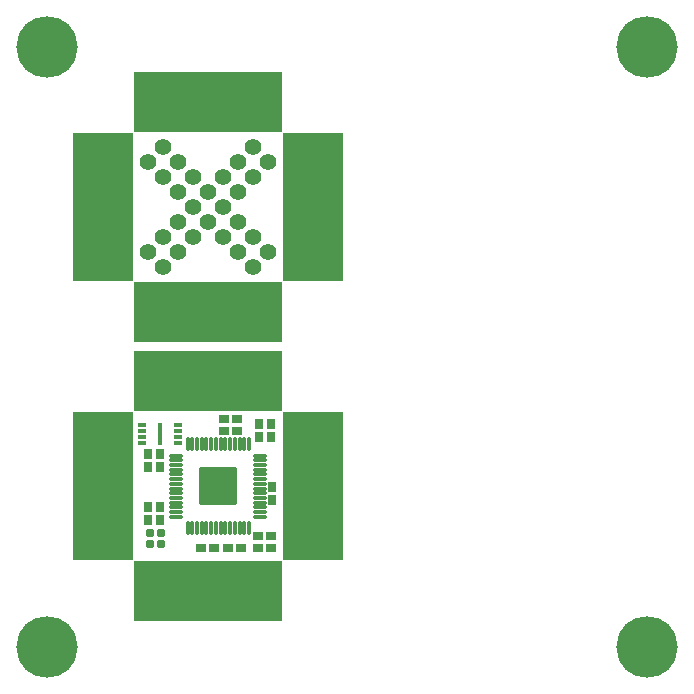
<source format=gts>
G04 Layer: TopSolderMaskLayer*
G04 Panelize: , Column: 2, Row: 2, Board Size: 58.42mm x 58.42mm, Panelized Board Size: 118.84mm x 118.84mm*
G04 EasyEDA v6.5.34, 2023-08-21 18:11:39*
G04 a2cfa06f5d3c446ba3be34bd05ffaa75,5a6b42c53f6a479593ecc07194224c93,10*
G04 Gerber Generator version 0.2*
G04 Scale: 100 percent, Rotated: No, Reflected: No *
G04 Dimensions in millimeters *
G04 leading zeros omitted , absolute positions ,4 integer and 5 decimal *
%FSLAX45Y45*%
%MOMM*%

%AMMACRO1*1,1,$1,$2,$3*1,1,$1,$4,$5*1,1,$1,0-$2,0-$3*1,1,$1,0-$4,0-$5*20,1,$1,$2,$3,$4,$5,0*20,1,$1,$4,$5,0-$2,0-$3,0*20,1,$1,0-$2,0-$3,0-$4,0-$5,0*20,1,$1,0-$4,0-$5,$2,$3,0*4,1,4,$2,$3,$4,$5,0-$2,0-$3,0-$4,0-$5,$2,$3,0*%
%ADD10MACRO1,0.1016X-0.275X-0.275X-0.275X0.275*%
%ADD11MACRO1,0.1016X0.27X-0.395X-0.27X-0.395*%
%ADD12MACRO1,0.1016X0.27X0.395X-0.27X0.395*%
%ADD13MACRO1,0.1016X-0.3X0.14X0.3X0.14*%
%ADD14MACRO1,0.1016X0.15X-0.85X-0.15X-0.85*%
%ADD15MACRO1,0.1016X-0.27X0.395X0.27X0.395*%
%ADD16MACRO1,0.1016X-0.27X-0.395X0.27X-0.395*%
%ADD17MACRO1,0.1016X0.395X0.27X0.395X-0.27*%
%ADD18MACRO1,0.1016X-0.395X0.27X-0.395X-0.27*%
%ADD19MACRO1,0.1016X-0.395X-0.27X-0.395X0.27*%
%ADD20MACRO1,0.1016X0.395X-0.27X0.395X0.27*%
%ADD21MACRO1,0.1X-0.55X0.1X0.55X0.1*%
%ADD22MACRO1,0.1X-0.1X-0.55X-0.1X0.55*%
%ADD23MACRO1,0.1X0.55X-0.1X-0.55X-0.1*%
%ADD24MACRO1,0.1X0.1X0.55X0.1X-0.55*%
%ADD25MACRO1,0.1X-1.55X1.55X1.55X1.55*%
%ADD26C,5.2032*%
%ADD27MACRO1,0.1016X2.5X6.2X2.5X-6.2*%
%ADD28MACRO1,0.1016X-6.2X2.5X6.2X2.5*%
%ADD29MACRO1,0.1016X-2.5X-6.2X-2.5X6.2*%
%ADD30MACRO1,0.1016X6.2X-2.5X-6.2X-2.5*%
%ADD31C,1.4016*%

%LPD*%
D10*
G01*
X1247874Y1247895D03*
G01*
X1342890Y1247895D03*
G01*
X1342895Y1342918D03*
G01*
X1247874Y1342917D03*
D11*
G01*
X1333497Y1565803D03*
D12*
G01*
X1333497Y1456791D03*
D11*
G01*
X1231897Y1565803D03*
D12*
G01*
X1231897Y1456791D03*
D11*
G01*
X1231897Y2010300D03*
D12*
G01*
X1231897Y1901289D03*
D11*
G01*
X1333497Y2010300D03*
D12*
G01*
X1333497Y1901289D03*
D13*
G01*
X1484233Y2109393D03*
G01*
X1484233Y2159406D03*
G01*
X1484233Y2209393D03*
G01*
X1484233Y2259406D03*
G01*
X1182750Y2109393D03*
G01*
X1182750Y2159406D03*
G01*
X1182750Y2209393D03*
G01*
X1182750Y2259406D03*
D14*
G01*
X1333489Y2184397D03*
D15*
G01*
X2273294Y2155289D03*
D16*
G01*
X2273294Y2264300D03*
D15*
G01*
X2285994Y1621891D03*
D16*
G01*
X2285994Y1730903D03*
D17*
G01*
X2167989Y1320797D03*
D18*
G01*
X2277000Y1320797D03*
D15*
G01*
X2171694Y2155289D03*
D16*
G01*
X2171694Y2264300D03*
D19*
G01*
X1984900Y2311394D03*
D20*
G01*
X1875889Y2311394D03*
D19*
G01*
X1984900Y2209794D03*
D20*
G01*
X1875889Y2209794D03*
D21*
G01*
X1473788Y1999904D03*
G01*
X1473788Y1959899D03*
G01*
X1473788Y1919894D03*
G01*
X1473788Y1879889D03*
G01*
X1473788Y1839909D03*
G01*
X1473788Y1799904D03*
G01*
X1473788Y1759899D03*
G01*
X1473788Y1719894D03*
G01*
X1473788Y1679889D03*
G01*
X1473788Y1639910D03*
G01*
X1473788Y1599905D03*
G01*
X1473788Y1559900D03*
G01*
X1473788Y1519895D03*
G01*
X1473788Y1479890D03*
D22*
G01*
X1568803Y1384901D03*
G01*
X1608782Y1384901D03*
G01*
X1648787Y1384901D03*
G01*
X1688792Y1384901D03*
G01*
X1728797Y1384901D03*
G01*
X1768802Y1384901D03*
G01*
X1808782Y1384901D03*
G01*
X1848787Y1384901D03*
G01*
X1888792Y1384901D03*
G01*
X1928797Y1384901D03*
G01*
X1968802Y1384901D03*
G01*
X2008781Y1384901D03*
G01*
X2048786Y1384901D03*
G01*
X2088791Y1384901D03*
D23*
G01*
X2183805Y1479890D03*
G01*
X2183805Y1519895D03*
G01*
X2183805Y1559900D03*
G01*
X2183805Y1599905D03*
G01*
X2183805Y1639910D03*
G01*
X2183805Y1679889D03*
G01*
X2183805Y1719894D03*
G01*
X2183805Y1759899D03*
G01*
X2183805Y1799904D03*
G01*
X2183805Y1839909D03*
G01*
X2183805Y1879889D03*
G01*
X2183805Y1919894D03*
G01*
X2183805Y1959899D03*
G01*
X2183805Y1999904D03*
D24*
G01*
X2088791Y2094892D03*
G01*
X2048786Y2094892D03*
G01*
X2008781Y2094892D03*
G01*
X1968802Y2094892D03*
G01*
X1928797Y2094892D03*
G01*
X1888792Y2094892D03*
G01*
X1848787Y2094892D03*
G01*
X1808782Y2094892D03*
G01*
X1768802Y2094892D03*
G01*
X1728797Y2094892D03*
G01*
X1688792Y2094892D03*
G01*
X1648787Y2094892D03*
G01*
X1608782Y2094892D03*
G01*
X1568803Y2094892D03*
D25*
G01*
X1828792Y1739902D03*
D17*
G01*
X2167989Y1219197D03*
D18*
G01*
X2277000Y1219197D03*
D17*
G01*
X1913989Y1219197D03*
D18*
G01*
X2023000Y1219197D03*
D19*
G01*
X1794403Y1219197D03*
D20*
G01*
X1685391Y1219197D03*
D26*
G01*
X381000Y5461000D03*
G01*
X5461000Y5461000D03*
G01*
X5461000Y381000D03*
G01*
X381000Y381000D03*
D27*
G01*
X850897Y4102089D03*
D28*
G01*
X1739897Y3213093D03*
D29*
G01*
X2628894Y4102092D03*
D30*
G01*
X1739894Y4991089D03*
D31*
G01*
X1739900Y4229100D03*
G01*
X1739900Y3975100D03*
G01*
X1612900Y4102100D03*
G01*
X1866900Y4102100D03*
G01*
X1612900Y4356100D03*
G01*
X1485900Y4483100D03*
G01*
X1358900Y4610100D03*
G01*
X1231900Y3721100D03*
G01*
X1231900Y4483100D03*
G01*
X1358900Y3848100D03*
G01*
X1485900Y3975100D03*
G01*
X1358900Y4356100D03*
G01*
X1485900Y4229100D03*
G01*
X1358900Y3594100D03*
G01*
X1485900Y3721100D03*
G01*
X1612900Y3848100D03*
G01*
X1866900Y3848100D03*
G01*
X1993900Y3721100D03*
G01*
X2120900Y3594100D03*
G01*
X2120900Y3848100D03*
G01*
X1993900Y3975100D03*
G01*
X2247900Y3721100D03*
G01*
X2120900Y4610100D03*
G01*
X1866900Y4356100D03*
G01*
X1993900Y4483100D03*
G01*
X2247900Y4483100D03*
G01*
X2120900Y4356100D03*
G01*
X1993900Y4229100D03*
D27*
G01*
X850910Y1739894D03*
D30*
G01*
X1739907Y2628894D03*
D29*
G01*
X2628906Y1739897D03*
D28*
G01*
X1739910Y850897D03*
M02*

</source>
